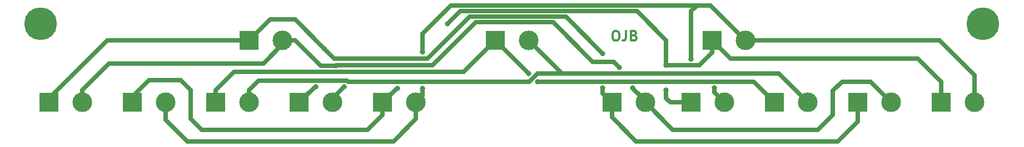
<source format=gtl>
G04 #@! TF.GenerationSoftware,KiCad,Pcbnew,(6.0.7)*
G04 #@! TF.CreationDate,2023-03-22T16:33:31-04:00*
G04 #@! TF.ProjectId,RGW LED board,52475720-4c45-4442-9062-6f6172642e6b,rev?*
G04 #@! TF.SameCoordinates,Original*
G04 #@! TF.FileFunction,Copper,L1,Top*
G04 #@! TF.FilePolarity,Positive*
%FSLAX46Y46*%
G04 Gerber Fmt 4.6, Leading zero omitted, Abs format (unit mm)*
G04 Created by KiCad (PCBNEW (6.0.7)) date 2023-03-22 16:33:31*
%MOMM*%
%LPD*%
G01*
G04 APERTURE LIST*
%ADD10C,0.300000*%
G04 #@! TA.AperFunction,NonConductor*
%ADD11C,0.300000*%
G04 #@! TD*
G04 #@! TA.AperFunction,ComponentPad*
%ADD12R,3.000000X3.000000*%
G04 #@! TD*
G04 #@! TA.AperFunction,ComponentPad*
%ADD13C,3.000000*%
G04 #@! TD*
G04 #@! TA.AperFunction,ViaPad*
%ADD14C,5.000000*%
G04 #@! TD*
G04 #@! TA.AperFunction,ViaPad*
%ADD15C,0.800000*%
G04 #@! TD*
G04 #@! TA.AperFunction,Conductor*
%ADD16C,0.635000*%
G04 #@! TD*
G04 APERTURE END LIST*
D10*
D11*
X153475714Y-31563571D02*
X153761428Y-31563571D01*
X153904285Y-31635000D01*
X154047142Y-31777857D01*
X154118571Y-32063571D01*
X154118571Y-32563571D01*
X154047142Y-32849285D01*
X153904285Y-32992142D01*
X153761428Y-33063571D01*
X153475714Y-33063571D01*
X153332857Y-32992142D01*
X153190000Y-32849285D01*
X153118571Y-32563571D01*
X153118571Y-32063571D01*
X153190000Y-31777857D01*
X153332857Y-31635000D01*
X153475714Y-31563571D01*
X155190000Y-31563571D02*
X155190000Y-32635000D01*
X155118571Y-32849285D01*
X154975714Y-32992142D01*
X154761428Y-33063571D01*
X154618571Y-33063571D01*
X156404285Y-32277857D02*
X156618571Y-32349285D01*
X156690000Y-32420714D01*
X156761428Y-32563571D01*
X156761428Y-32777857D01*
X156690000Y-32920714D01*
X156618571Y-32992142D01*
X156475714Y-33063571D01*
X155904285Y-33063571D01*
X155904285Y-31563571D01*
X156404285Y-31563571D01*
X156547142Y-31635000D01*
X156618571Y-31706428D01*
X156690000Y-31849285D01*
X156690000Y-31992142D01*
X156618571Y-32135000D01*
X156547142Y-32206428D01*
X156404285Y-32277857D01*
X155904285Y-32277857D01*
D12*
G04 #@! TO.P,J8,1,Pin_1*
G04 #@! TO.N,/G-*
X165100000Y-42545000D03*
D13*
G04 #@! TO.P,J8,2,Pin_2*
G04 #@! TO.N,/G+*
X170180000Y-42545000D03*
G04 #@! TD*
D12*
G04 #@! TO.P,J2,1,Pin_1*
G04 #@! TO.N,/G-*
X203200000Y-42545000D03*
D13*
G04 #@! TO.P,J2,2,Pin_2*
G04 #@! TO.N,/G+*
X208280000Y-42545000D03*
G04 #@! TD*
D12*
G04 #@! TO.P,J13,1,Pin_1*
G04 #@! TO.N,/G-*
X80010000Y-42545000D03*
D13*
G04 #@! TO.P,J13,2,Pin_2*
G04 #@! TO.N,/G+*
X85090000Y-42545000D03*
G04 #@! TD*
D12*
G04 #@! TO.P,J3,1,Pin_1*
G04 #@! TO.N,/R-*
X97790000Y-33020000D03*
D13*
G04 #@! TO.P,J3,2,Pin_2*
G04 #@! TO.N,/R+*
X102870000Y-33020000D03*
G04 #@! TD*
D12*
G04 #@! TO.P,J12,1,Pin_1*
G04 #@! TO.N,/R-*
X190500000Y-42545000D03*
D13*
G04 #@! TO.P,J12,2,Pin_2*
G04 #@! TO.N,/R+*
X195580000Y-42545000D03*
G04 #@! TD*
D12*
G04 #@! TO.P,J7,1,Pin_1*
G04 #@! TO.N,/R-*
X153035000Y-42545000D03*
D13*
G04 #@! TO.P,J7,2,Pin_2*
G04 #@! TO.N,/R+*
X158115000Y-42545000D03*
G04 #@! TD*
D12*
G04 #@! TO.P,J11,1,Pin_1*
G04 #@! TO.N,/W-*
X92710000Y-42545000D03*
D13*
G04 #@! TO.P,J11,2,Pin_2*
G04 #@! TO.N,/W+*
X97790000Y-42545000D03*
G04 #@! TD*
D12*
G04 #@! TO.P,J10,1,Pin_1*
G04 #@! TO.N,/G-*
X118110000Y-42545000D03*
D13*
G04 #@! TO.P,J10,2,Pin_2*
G04 #@! TO.N,/G+*
X123190000Y-42545000D03*
G04 #@! TD*
D12*
G04 #@! TO.P,J6,1,Pin_1*
G04 #@! TO.N,/W-*
X135255000Y-33020000D03*
D13*
G04 #@! TO.P,J6,2,Pin_2*
G04 #@! TO.N,/W+*
X140335000Y-33020000D03*
G04 #@! TD*
D12*
G04 #@! TO.P,J9,1,Pin_1*
G04 #@! TO.N,/R-*
X67310000Y-42545000D03*
D13*
G04 #@! TO.P,J9,2,Pin_2*
G04 #@! TO.N,/R+*
X72390000Y-42545000D03*
G04 #@! TD*
D12*
G04 #@! TO.P,J4,1,Pin_1*
G04 #@! TO.N,/W-*
X177800000Y-42545000D03*
D13*
G04 #@! TO.P,J4,2,Pin_2*
G04 #@! TO.N,/W+*
X182880000Y-42545000D03*
G04 #@! TD*
D12*
G04 #@! TO.P,J5,1,Pin_1*
G04 #@! TO.N,/G-*
X168275000Y-33020000D03*
D13*
G04 #@! TO.P,J5,2,Pin_2*
G04 #@! TO.N,/G+*
X173355000Y-33020000D03*
G04 #@! TD*
D12*
G04 #@! TO.P,J1,1,Pin_1*
G04 #@! TO.N,/R-*
X105410000Y-42545000D03*
D13*
G04 #@! TO.P,J1,2,Pin_2*
G04 #@! TO.N,/R+*
X110490000Y-42545000D03*
G04 #@! TD*
D14*
G04 #@! TO.N,*
X66040000Y-30480000D03*
X209550000Y-30480000D03*
D15*
G04 #@! TO.N,/R-*
X151638000Y-40287000D03*
X109220000Y-34290000D03*
X107950000Y-40132000D03*
X151638000Y-35052000D03*
G04 #@! TO.N,/R+*
X110998000Y-36929000D03*
X156210000Y-40287000D03*
X112268000Y-40132000D03*
X154178000Y-37183000D03*
G04 #@! TO.N,/G-*
X161290000Y-36830000D03*
X161290000Y-40640000D03*
X128016000Y-30480000D03*
X120396000Y-40386000D03*
G04 #@! TO.N,/G+*
X124206000Y-40386000D03*
X124206000Y-34798000D03*
X165100000Y-35913000D03*
X168656000Y-40287000D03*
G04 #@! TO.N,/W-*
X140335000Y-38100000D03*
X141732000Y-39370000D03*
G04 #@! TD*
D16*
G04 #@! TO.N,/R-*
X109220000Y-34290000D02*
X110744000Y-35814000D01*
X151638000Y-40287000D02*
X151638000Y-41148000D01*
X97790000Y-33020000D02*
X76200000Y-33020000D01*
X153035000Y-42545000D02*
X153035000Y-44831000D01*
X187452000Y-48514000D02*
X190500000Y-45466000D01*
X151638000Y-41148000D02*
X153035000Y-42545000D01*
X153035000Y-44831000D02*
X156718000Y-48514000D01*
X145996000Y-29410000D02*
X151638000Y-35052000D01*
X131372000Y-29410000D02*
X145996000Y-29410000D01*
X110744000Y-35814000D02*
X124968000Y-35814000D01*
X190500000Y-45466000D02*
X190500000Y-42545000D01*
X156718000Y-48514000D02*
X187452000Y-48514000D01*
X76200000Y-33020000D02*
X67310000Y-41910000D01*
X107823000Y-40132000D02*
X105410000Y-42545000D01*
X107950000Y-40132000D02*
X107823000Y-40132000D01*
X67310000Y-41910000D02*
X67310000Y-42545000D01*
X100965000Y-29845000D02*
X97790000Y-33020000D01*
X109220000Y-34290000D02*
X104775000Y-29845000D01*
X104775000Y-29845000D02*
X100965000Y-29845000D01*
X124968000Y-35814000D02*
X131372000Y-29410000D01*
G04 #@! TO.N,/R+*
X110998000Y-36929000D02*
X108684000Y-36929000D01*
X102870000Y-33020000D02*
X102870000Y-33655000D01*
X102870000Y-33655000D02*
X99949000Y-36576000D01*
X104775000Y-33020000D02*
X102870000Y-33020000D01*
X156210000Y-40287000D02*
X156210000Y-40386000D01*
X150114000Y-36322000D02*
X153317000Y-36322000D01*
X76454000Y-36576000D02*
X72390000Y-40640000D01*
X144037000Y-30245000D02*
X150114000Y-36322000D01*
X112268000Y-40132000D02*
X110490000Y-41910000D01*
X186690000Y-44450000D02*
X186690000Y-40767000D01*
X110998000Y-36929000D02*
X111097000Y-36830000D01*
X132315000Y-30245000D02*
X144037000Y-30245000D01*
X125730000Y-36830000D02*
X132315000Y-30245000D01*
X110490000Y-41910000D02*
X110490000Y-42545000D01*
X108684000Y-36929000D02*
X104775000Y-33020000D01*
X153317000Y-36322000D02*
X154178000Y-37183000D01*
X158115000Y-42291000D02*
X158115000Y-42545000D01*
X184404000Y-46736000D02*
X186690000Y-44450000D01*
X72390000Y-40640000D02*
X72390000Y-42545000D01*
X156210000Y-40386000D02*
X158115000Y-42291000D01*
X162306000Y-46736000D02*
X184404000Y-46736000D01*
X192405000Y-39370000D02*
X195580000Y-42545000D01*
X111097000Y-36830000D02*
X125730000Y-36830000D01*
X99949000Y-36576000D02*
X76454000Y-36576000D01*
X186690000Y-40767000D02*
X188087000Y-39370000D01*
X158115000Y-42545000D02*
X162306000Y-46736000D01*
X188087000Y-39370000D02*
X192405000Y-39370000D01*
G04 #@! TO.N,/G-*
X120269000Y-40386000D02*
X118110000Y-42545000D01*
X87376000Y-39116000D02*
X82550000Y-39116000D01*
X90551000Y-46736000D02*
X88900000Y-45085000D01*
X171069000Y-35814000D02*
X199644000Y-35814000D01*
X161925000Y-42545000D02*
X165100000Y-42545000D01*
X161290000Y-36830000D02*
X166370000Y-36830000D01*
X88900000Y-45085000D02*
X88900000Y-40640000D01*
X161290000Y-40640000D02*
X161290000Y-41910000D01*
X199644000Y-35814000D02*
X203200000Y-39370000D01*
X203200000Y-39370000D02*
X203200000Y-42545000D01*
X88900000Y-40640000D02*
X87376000Y-39116000D01*
X82550000Y-39116000D02*
X80010000Y-41656000D01*
X161290000Y-33020000D02*
X161290000Y-36830000D01*
X168275000Y-33020000D02*
X171069000Y-35814000D01*
X129921000Y-28575000D02*
X156845000Y-28575000D01*
X128016000Y-30480000D02*
X129921000Y-28575000D01*
X115824000Y-46736000D02*
X90551000Y-46736000D01*
X80010000Y-41656000D02*
X80010000Y-42545000D01*
X118110000Y-44450000D02*
X115824000Y-46736000D01*
X166370000Y-36830000D02*
X168275000Y-34925000D01*
X120396000Y-40386000D02*
X120269000Y-40386000D01*
X118110000Y-42545000D02*
X118110000Y-44450000D01*
X168275000Y-34925000D02*
X168275000Y-33020000D01*
X161290000Y-41910000D02*
X161925000Y-42545000D01*
X156845000Y-28575000D02*
X161290000Y-33020000D01*
G04 #@! TO.N,/G+*
X119761000Y-48514000D02*
X88392000Y-48514000D01*
X165100000Y-28575000D02*
X165989000Y-27686000D01*
X88392000Y-48514000D02*
X85090000Y-45212000D01*
X85090000Y-45212000D02*
X85090000Y-42545000D01*
X173355000Y-33020000D02*
X202946000Y-33020000D01*
X202946000Y-33020000D02*
X208280000Y-38354000D01*
X208280000Y-38354000D02*
X208280000Y-42545000D01*
X123190000Y-45085000D02*
X119761000Y-48514000D01*
X124206000Y-34798000D02*
X124206000Y-32004000D01*
X165989000Y-27686000D02*
X166751000Y-27686000D01*
X168656000Y-40287000D02*
X168656000Y-41021000D01*
X168021000Y-27686000D02*
X173355000Y-33020000D01*
X124206000Y-40386000D02*
X124206000Y-41529000D01*
X123190000Y-42545000D02*
X123190000Y-45085000D01*
X124206000Y-41529000D02*
X123190000Y-42545000D01*
X166751000Y-27686000D02*
X168021000Y-27686000D01*
X128524000Y-27686000D02*
X166751000Y-27686000D01*
X165100000Y-35913000D02*
X165100000Y-28575000D01*
X168656000Y-41021000D02*
X170180000Y-42545000D01*
X124206000Y-32004000D02*
X128524000Y-27686000D01*
G04 #@! TO.N,/W-*
X140335000Y-38100000D02*
X135255000Y-33020000D01*
X141732000Y-39370000D02*
X174625000Y-39370000D01*
X130429000Y-37846000D02*
X95504000Y-37846000D01*
X92710000Y-40640000D02*
X92710000Y-42545000D01*
X174625000Y-39370000D02*
X177800000Y-42545000D01*
X135255000Y-33020000D02*
X130429000Y-37846000D01*
X95504000Y-37846000D02*
X92710000Y-40640000D01*
G04 #@! TO.N,/W+*
X97790000Y-40640000D02*
X99215500Y-39214500D01*
X99215500Y-39214500D02*
X112648041Y-39214500D01*
X145415000Y-38100000D02*
X140335000Y-33020000D01*
X144780000Y-38100000D02*
X145415000Y-38100000D01*
X140434459Y-39370000D02*
X141704459Y-38100000D01*
X144780000Y-38100000D02*
X178435000Y-38100000D01*
X97790000Y-42545000D02*
X97790000Y-40640000D01*
X112648041Y-39214500D02*
X112803541Y-39370000D01*
X112803541Y-39370000D02*
X140434459Y-39370000D01*
X141704459Y-38100000D02*
X144780000Y-38100000D01*
X178435000Y-38100000D02*
X182880000Y-42545000D01*
G04 #@! TD*
M02*

</source>
